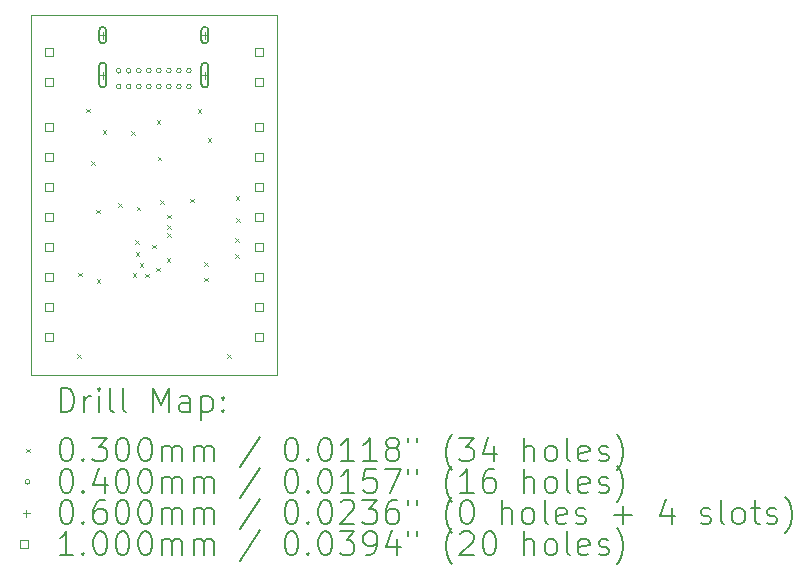
<source format=gbr>
%TF.GenerationSoftware,KiCad,Pcbnew,7.0.8*%
%TF.CreationDate,2023-11-11T23:39:50-08:00*%
%TF.ProjectId,STM32F042-Mini,53544d33-3246-4303-9432-2d4d696e692e,rev?*%
%TF.SameCoordinates,Original*%
%TF.FileFunction,Drillmap*%
%TF.FilePolarity,Positive*%
%FSLAX45Y45*%
G04 Gerber Fmt 4.5, Leading zero omitted, Abs format (unit mm)*
G04 Created by KiCad (PCBNEW 7.0.8) date 2023-11-11 23:39:50*
%MOMM*%
%LPD*%
G01*
G04 APERTURE LIST*
%ADD10C,0.100000*%
%ADD11C,0.200000*%
%ADD12C,0.030000*%
%ADD13C,0.040000*%
%ADD14C,0.060000*%
G04 APERTURE END LIST*
D10*
X6196000Y-4127500D02*
X8282000Y-4127500D01*
X8282000Y-7175500D01*
X6196000Y-7175500D01*
X6196000Y-4127500D01*
D11*
D12*
X6591000Y-7005000D02*
X6621000Y-7035000D01*
X6621000Y-7005000D02*
X6591000Y-7035000D01*
X6598000Y-6312000D02*
X6628000Y-6342000D01*
X6628000Y-6312000D02*
X6598000Y-6342000D01*
X6667000Y-4924000D02*
X6697000Y-4954000D01*
X6697000Y-4924000D02*
X6667000Y-4954000D01*
X6709000Y-5368000D02*
X6739000Y-5398000D01*
X6739000Y-5368000D02*
X6709000Y-5398000D01*
X6749500Y-5780226D02*
X6779500Y-5810226D01*
X6779500Y-5780226D02*
X6749500Y-5810226D01*
X6757000Y-6371000D02*
X6787000Y-6401000D01*
X6787000Y-6371000D02*
X6757000Y-6401000D01*
X6807000Y-5108000D02*
X6837000Y-5138000D01*
X6837000Y-5108000D02*
X6807000Y-5138000D01*
X6937144Y-5724950D02*
X6967144Y-5754950D01*
X6967144Y-5724950D02*
X6937144Y-5754950D01*
X7048000Y-5118000D02*
X7078000Y-5148000D01*
X7078000Y-5118000D02*
X7048000Y-5148000D01*
X7059097Y-6315941D02*
X7089097Y-6345941D01*
X7089097Y-6315941D02*
X7059097Y-6345941D01*
X7082921Y-6038916D02*
X7112921Y-6068916D01*
X7112921Y-6038916D02*
X7082921Y-6068916D01*
X7086701Y-6138844D02*
X7116701Y-6168844D01*
X7116701Y-6138844D02*
X7086701Y-6168844D01*
X7095000Y-5755000D02*
X7125000Y-5785000D01*
X7125000Y-5755000D02*
X7095000Y-5785000D01*
X7118738Y-6233574D02*
X7148738Y-6263574D01*
X7148738Y-6233574D02*
X7118738Y-6263574D01*
X7164666Y-6322404D02*
X7194666Y-6352404D01*
X7194666Y-6322404D02*
X7164666Y-6352404D01*
X7225367Y-6077317D02*
X7255367Y-6107317D01*
X7255367Y-6077317D02*
X7225367Y-6107317D01*
X7257468Y-6273134D02*
X7287468Y-6303134D01*
X7287468Y-6273134D02*
X7257468Y-6303134D01*
X7265500Y-5023774D02*
X7295500Y-5053774D01*
X7295500Y-5023774D02*
X7265500Y-5053774D01*
X7272000Y-5330000D02*
X7302000Y-5360000D01*
X7302000Y-5330000D02*
X7272000Y-5360000D01*
X7295000Y-5699000D02*
X7325000Y-5729000D01*
X7325000Y-5699000D02*
X7295000Y-5729000D01*
X7347000Y-6192000D02*
X7377000Y-6222000D01*
X7377000Y-6192000D02*
X7347000Y-6222000D01*
X7351000Y-5981000D02*
X7381000Y-6011000D01*
X7381000Y-5981000D02*
X7351000Y-6011000D01*
X7351309Y-5910821D02*
X7381309Y-5940821D01*
X7381309Y-5910821D02*
X7351309Y-5940821D01*
X7353888Y-5824006D02*
X7383888Y-5854006D01*
X7383888Y-5824006D02*
X7353888Y-5854006D01*
X7547015Y-5687515D02*
X7577015Y-5717515D01*
X7577015Y-5687515D02*
X7547015Y-5717515D01*
X7609002Y-4931000D02*
X7639002Y-4961000D01*
X7639002Y-4931000D02*
X7609002Y-4961000D01*
X7665000Y-6225000D02*
X7695000Y-6255000D01*
X7695000Y-6225000D02*
X7665000Y-6255000D01*
X7665000Y-6355450D02*
X7695000Y-6385450D01*
X7695000Y-6355450D02*
X7665000Y-6385450D01*
X7694000Y-5177000D02*
X7724000Y-5207000D01*
X7724000Y-5177000D02*
X7694000Y-5207000D01*
X7861000Y-7002000D02*
X7891000Y-7032000D01*
X7891000Y-7002000D02*
X7861000Y-7032000D01*
X7927000Y-6155581D02*
X7957000Y-6185581D01*
X7957000Y-6155581D02*
X7927000Y-6185581D01*
X7928000Y-6024000D02*
X7958000Y-6054000D01*
X7958000Y-6024000D02*
X7928000Y-6054000D01*
X7932000Y-5668000D02*
X7962000Y-5698000D01*
X7962000Y-5668000D02*
X7932000Y-5698000D01*
X7936000Y-5854000D02*
X7966000Y-5884000D01*
X7966000Y-5854000D02*
X7936000Y-5884000D01*
D13*
X6961500Y-4603500D02*
G75*
G03*
X6961500Y-4603500I-20000J0D01*
G01*
X6961500Y-4738500D02*
G75*
G03*
X6961500Y-4738500I-20000J0D01*
G01*
X7046500Y-4603500D02*
G75*
G03*
X7046500Y-4603500I-20000J0D01*
G01*
X7046500Y-4738500D02*
G75*
G03*
X7046500Y-4738500I-20000J0D01*
G01*
X7131500Y-4603500D02*
G75*
G03*
X7131500Y-4603500I-20000J0D01*
G01*
X7131500Y-4738500D02*
G75*
G03*
X7131500Y-4738500I-20000J0D01*
G01*
X7216500Y-4603500D02*
G75*
G03*
X7216500Y-4603500I-20000J0D01*
G01*
X7216500Y-4738500D02*
G75*
G03*
X7216500Y-4738500I-20000J0D01*
G01*
X7301500Y-4603500D02*
G75*
G03*
X7301500Y-4603500I-20000J0D01*
G01*
X7301500Y-4738500D02*
G75*
G03*
X7301500Y-4738500I-20000J0D01*
G01*
X7386500Y-4603500D02*
G75*
G03*
X7386500Y-4603500I-20000J0D01*
G01*
X7386500Y-4738500D02*
G75*
G03*
X7386500Y-4738500I-20000J0D01*
G01*
X7471500Y-4603500D02*
G75*
G03*
X7471500Y-4603500I-20000J0D01*
G01*
X7471500Y-4738500D02*
G75*
G03*
X7471500Y-4738500I-20000J0D01*
G01*
X7556500Y-4603500D02*
G75*
G03*
X7556500Y-4603500I-20000J0D01*
G01*
X7556500Y-4738500D02*
G75*
G03*
X7556500Y-4738500I-20000J0D01*
G01*
D14*
X6806500Y-4272500D02*
X6806500Y-4332500D01*
X6776500Y-4302500D02*
X6836500Y-4302500D01*
D11*
X6836500Y-4342500D02*
X6836500Y-4262500D01*
X6836500Y-4262500D02*
G75*
G03*
X6776500Y-4262500I-30000J0D01*
G01*
X6776500Y-4262500D02*
X6776500Y-4342500D01*
X6776500Y-4342500D02*
G75*
G03*
X6836500Y-4342500I30000J0D01*
G01*
D14*
X6806500Y-4610500D02*
X6806500Y-4670500D01*
X6776500Y-4640500D02*
X6836500Y-4640500D01*
D11*
X6836500Y-4715500D02*
X6836500Y-4565500D01*
X6836500Y-4565500D02*
G75*
G03*
X6776500Y-4565500I-30000J0D01*
G01*
X6776500Y-4565500D02*
X6776500Y-4715500D01*
X6776500Y-4715500D02*
G75*
G03*
X6836500Y-4715500I30000J0D01*
G01*
D14*
X7671500Y-4272500D02*
X7671500Y-4332500D01*
X7641500Y-4302500D02*
X7701500Y-4302500D01*
D11*
X7701500Y-4342500D02*
X7701500Y-4262500D01*
X7701500Y-4262500D02*
G75*
G03*
X7641500Y-4262500I-30000J0D01*
G01*
X7641500Y-4262500D02*
X7641500Y-4342500D01*
X7641500Y-4342500D02*
G75*
G03*
X7701500Y-4342500I30000J0D01*
G01*
D14*
X7671500Y-4610500D02*
X7671500Y-4670500D01*
X7641500Y-4640500D02*
X7701500Y-4640500D01*
D11*
X7701500Y-4715500D02*
X7701500Y-4565500D01*
X7701500Y-4565500D02*
G75*
G03*
X7641500Y-4565500I-30000J0D01*
G01*
X7641500Y-4565500D02*
X7641500Y-4715500D01*
X7641500Y-4715500D02*
G75*
G03*
X7701500Y-4715500I30000J0D01*
G01*
D10*
X6385356Y-4480356D02*
X6385356Y-4409644D01*
X6314644Y-4409644D01*
X6314644Y-4480356D01*
X6385356Y-4480356D01*
X6385356Y-4734356D02*
X6385356Y-4663644D01*
X6314644Y-4663644D01*
X6314644Y-4734356D01*
X6385356Y-4734356D01*
X6385356Y-5115356D02*
X6385356Y-5044644D01*
X6314644Y-5044644D01*
X6314644Y-5115356D01*
X6385356Y-5115356D01*
X6385356Y-5369356D02*
X6385356Y-5298644D01*
X6314644Y-5298644D01*
X6314644Y-5369356D01*
X6385356Y-5369356D01*
X6385356Y-5623356D02*
X6385356Y-5552644D01*
X6314644Y-5552644D01*
X6314644Y-5623356D01*
X6385356Y-5623356D01*
X6385356Y-5877356D02*
X6385356Y-5806644D01*
X6314644Y-5806644D01*
X6314644Y-5877356D01*
X6385356Y-5877356D01*
X6385356Y-6131356D02*
X6385356Y-6060644D01*
X6314644Y-6060644D01*
X6314644Y-6131356D01*
X6385356Y-6131356D01*
X6385356Y-6385356D02*
X6385356Y-6314644D01*
X6314644Y-6314644D01*
X6314644Y-6385356D01*
X6385356Y-6385356D01*
X6385356Y-6639356D02*
X6385356Y-6568644D01*
X6314644Y-6568644D01*
X6314644Y-6639356D01*
X6385356Y-6639356D01*
X6385356Y-6893356D02*
X6385356Y-6822644D01*
X6314644Y-6822644D01*
X6314644Y-6893356D01*
X6385356Y-6893356D01*
X8163356Y-4480356D02*
X8163356Y-4409644D01*
X8092644Y-4409644D01*
X8092644Y-4480356D01*
X8163356Y-4480356D01*
X8163356Y-4734356D02*
X8163356Y-4663644D01*
X8092644Y-4663644D01*
X8092644Y-4734356D01*
X8163356Y-4734356D01*
X8163356Y-5115356D02*
X8163356Y-5044644D01*
X8092644Y-5044644D01*
X8092644Y-5115356D01*
X8163356Y-5115356D01*
X8163356Y-5369356D02*
X8163356Y-5298644D01*
X8092644Y-5298644D01*
X8092644Y-5369356D01*
X8163356Y-5369356D01*
X8163356Y-5623356D02*
X8163356Y-5552644D01*
X8092644Y-5552644D01*
X8092644Y-5623356D01*
X8163356Y-5623356D01*
X8163356Y-5877356D02*
X8163356Y-5806644D01*
X8092644Y-5806644D01*
X8092644Y-5877356D01*
X8163356Y-5877356D01*
X8163356Y-6131356D02*
X8163356Y-6060644D01*
X8092644Y-6060644D01*
X8092644Y-6131356D01*
X8163356Y-6131356D01*
X8163356Y-6385356D02*
X8163356Y-6314644D01*
X8092644Y-6314644D01*
X8092644Y-6385356D01*
X8163356Y-6385356D01*
X8163356Y-6639356D02*
X8163356Y-6568644D01*
X8092644Y-6568644D01*
X8092644Y-6639356D01*
X8163356Y-6639356D01*
X8163356Y-6893356D02*
X8163356Y-6822644D01*
X8092644Y-6822644D01*
X8092644Y-6893356D01*
X8163356Y-6893356D01*
D11*
X6451777Y-7491984D02*
X6451777Y-7291984D01*
X6451777Y-7291984D02*
X6499396Y-7291984D01*
X6499396Y-7291984D02*
X6527967Y-7301508D01*
X6527967Y-7301508D02*
X6547015Y-7320555D01*
X6547015Y-7320555D02*
X6556539Y-7339603D01*
X6556539Y-7339603D02*
X6566062Y-7377698D01*
X6566062Y-7377698D02*
X6566062Y-7406269D01*
X6566062Y-7406269D02*
X6556539Y-7444365D01*
X6556539Y-7444365D02*
X6547015Y-7463412D01*
X6547015Y-7463412D02*
X6527967Y-7482460D01*
X6527967Y-7482460D02*
X6499396Y-7491984D01*
X6499396Y-7491984D02*
X6451777Y-7491984D01*
X6651777Y-7491984D02*
X6651777Y-7358650D01*
X6651777Y-7396746D02*
X6661301Y-7377698D01*
X6661301Y-7377698D02*
X6670824Y-7368174D01*
X6670824Y-7368174D02*
X6689872Y-7358650D01*
X6689872Y-7358650D02*
X6708920Y-7358650D01*
X6775586Y-7491984D02*
X6775586Y-7358650D01*
X6775586Y-7291984D02*
X6766062Y-7301508D01*
X6766062Y-7301508D02*
X6775586Y-7311031D01*
X6775586Y-7311031D02*
X6785110Y-7301508D01*
X6785110Y-7301508D02*
X6775586Y-7291984D01*
X6775586Y-7291984D02*
X6775586Y-7311031D01*
X6899396Y-7491984D02*
X6880348Y-7482460D01*
X6880348Y-7482460D02*
X6870824Y-7463412D01*
X6870824Y-7463412D02*
X6870824Y-7291984D01*
X7004158Y-7491984D02*
X6985110Y-7482460D01*
X6985110Y-7482460D02*
X6975586Y-7463412D01*
X6975586Y-7463412D02*
X6975586Y-7291984D01*
X7232729Y-7491984D02*
X7232729Y-7291984D01*
X7232729Y-7291984D02*
X7299396Y-7434841D01*
X7299396Y-7434841D02*
X7366062Y-7291984D01*
X7366062Y-7291984D02*
X7366062Y-7491984D01*
X7547015Y-7491984D02*
X7547015Y-7387222D01*
X7547015Y-7387222D02*
X7537491Y-7368174D01*
X7537491Y-7368174D02*
X7518443Y-7358650D01*
X7518443Y-7358650D02*
X7480348Y-7358650D01*
X7480348Y-7358650D02*
X7461301Y-7368174D01*
X7547015Y-7482460D02*
X7527967Y-7491984D01*
X7527967Y-7491984D02*
X7480348Y-7491984D01*
X7480348Y-7491984D02*
X7461301Y-7482460D01*
X7461301Y-7482460D02*
X7451777Y-7463412D01*
X7451777Y-7463412D02*
X7451777Y-7444365D01*
X7451777Y-7444365D02*
X7461301Y-7425317D01*
X7461301Y-7425317D02*
X7480348Y-7415793D01*
X7480348Y-7415793D02*
X7527967Y-7415793D01*
X7527967Y-7415793D02*
X7547015Y-7406269D01*
X7642253Y-7358650D02*
X7642253Y-7558650D01*
X7642253Y-7368174D02*
X7661301Y-7358650D01*
X7661301Y-7358650D02*
X7699396Y-7358650D01*
X7699396Y-7358650D02*
X7718443Y-7368174D01*
X7718443Y-7368174D02*
X7727967Y-7377698D01*
X7727967Y-7377698D02*
X7737491Y-7396746D01*
X7737491Y-7396746D02*
X7737491Y-7453888D01*
X7737491Y-7453888D02*
X7727967Y-7472936D01*
X7727967Y-7472936D02*
X7718443Y-7482460D01*
X7718443Y-7482460D02*
X7699396Y-7491984D01*
X7699396Y-7491984D02*
X7661301Y-7491984D01*
X7661301Y-7491984D02*
X7642253Y-7482460D01*
X7823205Y-7472936D02*
X7832729Y-7482460D01*
X7832729Y-7482460D02*
X7823205Y-7491984D01*
X7823205Y-7491984D02*
X7813682Y-7482460D01*
X7813682Y-7482460D02*
X7823205Y-7472936D01*
X7823205Y-7472936D02*
X7823205Y-7491984D01*
X7823205Y-7368174D02*
X7832729Y-7377698D01*
X7832729Y-7377698D02*
X7823205Y-7387222D01*
X7823205Y-7387222D02*
X7813682Y-7377698D01*
X7813682Y-7377698D02*
X7823205Y-7368174D01*
X7823205Y-7368174D02*
X7823205Y-7387222D01*
D12*
X6161000Y-7805500D02*
X6191000Y-7835500D01*
X6191000Y-7805500D02*
X6161000Y-7835500D01*
D11*
X6489872Y-7711984D02*
X6508920Y-7711984D01*
X6508920Y-7711984D02*
X6527967Y-7721508D01*
X6527967Y-7721508D02*
X6537491Y-7731031D01*
X6537491Y-7731031D02*
X6547015Y-7750079D01*
X6547015Y-7750079D02*
X6556539Y-7788174D01*
X6556539Y-7788174D02*
X6556539Y-7835793D01*
X6556539Y-7835793D02*
X6547015Y-7873888D01*
X6547015Y-7873888D02*
X6537491Y-7892936D01*
X6537491Y-7892936D02*
X6527967Y-7902460D01*
X6527967Y-7902460D02*
X6508920Y-7911984D01*
X6508920Y-7911984D02*
X6489872Y-7911984D01*
X6489872Y-7911984D02*
X6470824Y-7902460D01*
X6470824Y-7902460D02*
X6461301Y-7892936D01*
X6461301Y-7892936D02*
X6451777Y-7873888D01*
X6451777Y-7873888D02*
X6442253Y-7835793D01*
X6442253Y-7835793D02*
X6442253Y-7788174D01*
X6442253Y-7788174D02*
X6451777Y-7750079D01*
X6451777Y-7750079D02*
X6461301Y-7731031D01*
X6461301Y-7731031D02*
X6470824Y-7721508D01*
X6470824Y-7721508D02*
X6489872Y-7711984D01*
X6642253Y-7892936D02*
X6651777Y-7902460D01*
X6651777Y-7902460D02*
X6642253Y-7911984D01*
X6642253Y-7911984D02*
X6632729Y-7902460D01*
X6632729Y-7902460D02*
X6642253Y-7892936D01*
X6642253Y-7892936D02*
X6642253Y-7911984D01*
X6718443Y-7711984D02*
X6842253Y-7711984D01*
X6842253Y-7711984D02*
X6775586Y-7788174D01*
X6775586Y-7788174D02*
X6804158Y-7788174D01*
X6804158Y-7788174D02*
X6823205Y-7797698D01*
X6823205Y-7797698D02*
X6832729Y-7807222D01*
X6832729Y-7807222D02*
X6842253Y-7826269D01*
X6842253Y-7826269D02*
X6842253Y-7873888D01*
X6842253Y-7873888D02*
X6832729Y-7892936D01*
X6832729Y-7892936D02*
X6823205Y-7902460D01*
X6823205Y-7902460D02*
X6804158Y-7911984D01*
X6804158Y-7911984D02*
X6747015Y-7911984D01*
X6747015Y-7911984D02*
X6727967Y-7902460D01*
X6727967Y-7902460D02*
X6718443Y-7892936D01*
X6966062Y-7711984D02*
X6985110Y-7711984D01*
X6985110Y-7711984D02*
X7004158Y-7721508D01*
X7004158Y-7721508D02*
X7013682Y-7731031D01*
X7013682Y-7731031D02*
X7023205Y-7750079D01*
X7023205Y-7750079D02*
X7032729Y-7788174D01*
X7032729Y-7788174D02*
X7032729Y-7835793D01*
X7032729Y-7835793D02*
X7023205Y-7873888D01*
X7023205Y-7873888D02*
X7013682Y-7892936D01*
X7013682Y-7892936D02*
X7004158Y-7902460D01*
X7004158Y-7902460D02*
X6985110Y-7911984D01*
X6985110Y-7911984D02*
X6966062Y-7911984D01*
X6966062Y-7911984D02*
X6947015Y-7902460D01*
X6947015Y-7902460D02*
X6937491Y-7892936D01*
X6937491Y-7892936D02*
X6927967Y-7873888D01*
X6927967Y-7873888D02*
X6918443Y-7835793D01*
X6918443Y-7835793D02*
X6918443Y-7788174D01*
X6918443Y-7788174D02*
X6927967Y-7750079D01*
X6927967Y-7750079D02*
X6937491Y-7731031D01*
X6937491Y-7731031D02*
X6947015Y-7721508D01*
X6947015Y-7721508D02*
X6966062Y-7711984D01*
X7156539Y-7711984D02*
X7175586Y-7711984D01*
X7175586Y-7711984D02*
X7194634Y-7721508D01*
X7194634Y-7721508D02*
X7204158Y-7731031D01*
X7204158Y-7731031D02*
X7213682Y-7750079D01*
X7213682Y-7750079D02*
X7223205Y-7788174D01*
X7223205Y-7788174D02*
X7223205Y-7835793D01*
X7223205Y-7835793D02*
X7213682Y-7873888D01*
X7213682Y-7873888D02*
X7204158Y-7892936D01*
X7204158Y-7892936D02*
X7194634Y-7902460D01*
X7194634Y-7902460D02*
X7175586Y-7911984D01*
X7175586Y-7911984D02*
X7156539Y-7911984D01*
X7156539Y-7911984D02*
X7137491Y-7902460D01*
X7137491Y-7902460D02*
X7127967Y-7892936D01*
X7127967Y-7892936D02*
X7118443Y-7873888D01*
X7118443Y-7873888D02*
X7108920Y-7835793D01*
X7108920Y-7835793D02*
X7108920Y-7788174D01*
X7108920Y-7788174D02*
X7118443Y-7750079D01*
X7118443Y-7750079D02*
X7127967Y-7731031D01*
X7127967Y-7731031D02*
X7137491Y-7721508D01*
X7137491Y-7721508D02*
X7156539Y-7711984D01*
X7308920Y-7911984D02*
X7308920Y-7778650D01*
X7308920Y-7797698D02*
X7318443Y-7788174D01*
X7318443Y-7788174D02*
X7337491Y-7778650D01*
X7337491Y-7778650D02*
X7366063Y-7778650D01*
X7366063Y-7778650D02*
X7385110Y-7788174D01*
X7385110Y-7788174D02*
X7394634Y-7807222D01*
X7394634Y-7807222D02*
X7394634Y-7911984D01*
X7394634Y-7807222D02*
X7404158Y-7788174D01*
X7404158Y-7788174D02*
X7423205Y-7778650D01*
X7423205Y-7778650D02*
X7451777Y-7778650D01*
X7451777Y-7778650D02*
X7470824Y-7788174D01*
X7470824Y-7788174D02*
X7480348Y-7807222D01*
X7480348Y-7807222D02*
X7480348Y-7911984D01*
X7575586Y-7911984D02*
X7575586Y-7778650D01*
X7575586Y-7797698D02*
X7585110Y-7788174D01*
X7585110Y-7788174D02*
X7604158Y-7778650D01*
X7604158Y-7778650D02*
X7632729Y-7778650D01*
X7632729Y-7778650D02*
X7651777Y-7788174D01*
X7651777Y-7788174D02*
X7661301Y-7807222D01*
X7661301Y-7807222D02*
X7661301Y-7911984D01*
X7661301Y-7807222D02*
X7670824Y-7788174D01*
X7670824Y-7788174D02*
X7689872Y-7778650D01*
X7689872Y-7778650D02*
X7718443Y-7778650D01*
X7718443Y-7778650D02*
X7737491Y-7788174D01*
X7737491Y-7788174D02*
X7747015Y-7807222D01*
X7747015Y-7807222D02*
X7747015Y-7911984D01*
X8137491Y-7702460D02*
X7966063Y-7959603D01*
X8394634Y-7711984D02*
X8413682Y-7711984D01*
X8413682Y-7711984D02*
X8432729Y-7721508D01*
X8432729Y-7721508D02*
X8442253Y-7731031D01*
X8442253Y-7731031D02*
X8451777Y-7750079D01*
X8451777Y-7750079D02*
X8461301Y-7788174D01*
X8461301Y-7788174D02*
X8461301Y-7835793D01*
X8461301Y-7835793D02*
X8451777Y-7873888D01*
X8451777Y-7873888D02*
X8442253Y-7892936D01*
X8442253Y-7892936D02*
X8432729Y-7902460D01*
X8432729Y-7902460D02*
X8413682Y-7911984D01*
X8413682Y-7911984D02*
X8394634Y-7911984D01*
X8394634Y-7911984D02*
X8375586Y-7902460D01*
X8375586Y-7902460D02*
X8366063Y-7892936D01*
X8366063Y-7892936D02*
X8356539Y-7873888D01*
X8356539Y-7873888D02*
X8347015Y-7835793D01*
X8347015Y-7835793D02*
X8347015Y-7788174D01*
X8347015Y-7788174D02*
X8356539Y-7750079D01*
X8356539Y-7750079D02*
X8366063Y-7731031D01*
X8366063Y-7731031D02*
X8375586Y-7721508D01*
X8375586Y-7721508D02*
X8394634Y-7711984D01*
X8547015Y-7892936D02*
X8556539Y-7902460D01*
X8556539Y-7902460D02*
X8547015Y-7911984D01*
X8547015Y-7911984D02*
X8537491Y-7902460D01*
X8537491Y-7902460D02*
X8547015Y-7892936D01*
X8547015Y-7892936D02*
X8547015Y-7911984D01*
X8680348Y-7711984D02*
X8699396Y-7711984D01*
X8699396Y-7711984D02*
X8718444Y-7721508D01*
X8718444Y-7721508D02*
X8727968Y-7731031D01*
X8727968Y-7731031D02*
X8737491Y-7750079D01*
X8737491Y-7750079D02*
X8747015Y-7788174D01*
X8747015Y-7788174D02*
X8747015Y-7835793D01*
X8747015Y-7835793D02*
X8737491Y-7873888D01*
X8737491Y-7873888D02*
X8727968Y-7892936D01*
X8727968Y-7892936D02*
X8718444Y-7902460D01*
X8718444Y-7902460D02*
X8699396Y-7911984D01*
X8699396Y-7911984D02*
X8680348Y-7911984D01*
X8680348Y-7911984D02*
X8661301Y-7902460D01*
X8661301Y-7902460D02*
X8651777Y-7892936D01*
X8651777Y-7892936D02*
X8642253Y-7873888D01*
X8642253Y-7873888D02*
X8632729Y-7835793D01*
X8632729Y-7835793D02*
X8632729Y-7788174D01*
X8632729Y-7788174D02*
X8642253Y-7750079D01*
X8642253Y-7750079D02*
X8651777Y-7731031D01*
X8651777Y-7731031D02*
X8661301Y-7721508D01*
X8661301Y-7721508D02*
X8680348Y-7711984D01*
X8937491Y-7911984D02*
X8823206Y-7911984D01*
X8880348Y-7911984D02*
X8880348Y-7711984D01*
X8880348Y-7711984D02*
X8861301Y-7740555D01*
X8861301Y-7740555D02*
X8842253Y-7759603D01*
X8842253Y-7759603D02*
X8823206Y-7769127D01*
X9127968Y-7911984D02*
X9013682Y-7911984D01*
X9070825Y-7911984D02*
X9070825Y-7711984D01*
X9070825Y-7711984D02*
X9051777Y-7740555D01*
X9051777Y-7740555D02*
X9032729Y-7759603D01*
X9032729Y-7759603D02*
X9013682Y-7769127D01*
X9242253Y-7797698D02*
X9223206Y-7788174D01*
X9223206Y-7788174D02*
X9213682Y-7778650D01*
X9213682Y-7778650D02*
X9204158Y-7759603D01*
X9204158Y-7759603D02*
X9204158Y-7750079D01*
X9204158Y-7750079D02*
X9213682Y-7731031D01*
X9213682Y-7731031D02*
X9223206Y-7721508D01*
X9223206Y-7721508D02*
X9242253Y-7711984D01*
X9242253Y-7711984D02*
X9280349Y-7711984D01*
X9280349Y-7711984D02*
X9299396Y-7721508D01*
X9299396Y-7721508D02*
X9308920Y-7731031D01*
X9308920Y-7731031D02*
X9318444Y-7750079D01*
X9318444Y-7750079D02*
X9318444Y-7759603D01*
X9318444Y-7759603D02*
X9308920Y-7778650D01*
X9308920Y-7778650D02*
X9299396Y-7788174D01*
X9299396Y-7788174D02*
X9280349Y-7797698D01*
X9280349Y-7797698D02*
X9242253Y-7797698D01*
X9242253Y-7797698D02*
X9223206Y-7807222D01*
X9223206Y-7807222D02*
X9213682Y-7816746D01*
X9213682Y-7816746D02*
X9204158Y-7835793D01*
X9204158Y-7835793D02*
X9204158Y-7873888D01*
X9204158Y-7873888D02*
X9213682Y-7892936D01*
X9213682Y-7892936D02*
X9223206Y-7902460D01*
X9223206Y-7902460D02*
X9242253Y-7911984D01*
X9242253Y-7911984D02*
X9280349Y-7911984D01*
X9280349Y-7911984D02*
X9299396Y-7902460D01*
X9299396Y-7902460D02*
X9308920Y-7892936D01*
X9308920Y-7892936D02*
X9318444Y-7873888D01*
X9318444Y-7873888D02*
X9318444Y-7835793D01*
X9318444Y-7835793D02*
X9308920Y-7816746D01*
X9308920Y-7816746D02*
X9299396Y-7807222D01*
X9299396Y-7807222D02*
X9280349Y-7797698D01*
X9394634Y-7711984D02*
X9394634Y-7750079D01*
X9470825Y-7711984D02*
X9470825Y-7750079D01*
X9766063Y-7988174D02*
X9756539Y-7978650D01*
X9756539Y-7978650D02*
X9737491Y-7950079D01*
X9737491Y-7950079D02*
X9727968Y-7931031D01*
X9727968Y-7931031D02*
X9718444Y-7902460D01*
X9718444Y-7902460D02*
X9708920Y-7854841D01*
X9708920Y-7854841D02*
X9708920Y-7816746D01*
X9708920Y-7816746D02*
X9718444Y-7769127D01*
X9718444Y-7769127D02*
X9727968Y-7740555D01*
X9727968Y-7740555D02*
X9737491Y-7721508D01*
X9737491Y-7721508D02*
X9756539Y-7692936D01*
X9756539Y-7692936D02*
X9766063Y-7683412D01*
X9823206Y-7711984D02*
X9947015Y-7711984D01*
X9947015Y-7711984D02*
X9880349Y-7788174D01*
X9880349Y-7788174D02*
X9908920Y-7788174D01*
X9908920Y-7788174D02*
X9927968Y-7797698D01*
X9927968Y-7797698D02*
X9937491Y-7807222D01*
X9937491Y-7807222D02*
X9947015Y-7826269D01*
X9947015Y-7826269D02*
X9947015Y-7873888D01*
X9947015Y-7873888D02*
X9937491Y-7892936D01*
X9937491Y-7892936D02*
X9927968Y-7902460D01*
X9927968Y-7902460D02*
X9908920Y-7911984D01*
X9908920Y-7911984D02*
X9851777Y-7911984D01*
X9851777Y-7911984D02*
X9832730Y-7902460D01*
X9832730Y-7902460D02*
X9823206Y-7892936D01*
X10118444Y-7778650D02*
X10118444Y-7911984D01*
X10070825Y-7702460D02*
X10023206Y-7845317D01*
X10023206Y-7845317D02*
X10147015Y-7845317D01*
X10375587Y-7911984D02*
X10375587Y-7711984D01*
X10461301Y-7911984D02*
X10461301Y-7807222D01*
X10461301Y-7807222D02*
X10451777Y-7788174D01*
X10451777Y-7788174D02*
X10432730Y-7778650D01*
X10432730Y-7778650D02*
X10404158Y-7778650D01*
X10404158Y-7778650D02*
X10385111Y-7788174D01*
X10385111Y-7788174D02*
X10375587Y-7797698D01*
X10585111Y-7911984D02*
X10566063Y-7902460D01*
X10566063Y-7902460D02*
X10556539Y-7892936D01*
X10556539Y-7892936D02*
X10547015Y-7873888D01*
X10547015Y-7873888D02*
X10547015Y-7816746D01*
X10547015Y-7816746D02*
X10556539Y-7797698D01*
X10556539Y-7797698D02*
X10566063Y-7788174D01*
X10566063Y-7788174D02*
X10585111Y-7778650D01*
X10585111Y-7778650D02*
X10613682Y-7778650D01*
X10613682Y-7778650D02*
X10632730Y-7788174D01*
X10632730Y-7788174D02*
X10642253Y-7797698D01*
X10642253Y-7797698D02*
X10651777Y-7816746D01*
X10651777Y-7816746D02*
X10651777Y-7873888D01*
X10651777Y-7873888D02*
X10642253Y-7892936D01*
X10642253Y-7892936D02*
X10632730Y-7902460D01*
X10632730Y-7902460D02*
X10613682Y-7911984D01*
X10613682Y-7911984D02*
X10585111Y-7911984D01*
X10766063Y-7911984D02*
X10747015Y-7902460D01*
X10747015Y-7902460D02*
X10737492Y-7883412D01*
X10737492Y-7883412D02*
X10737492Y-7711984D01*
X10918444Y-7902460D02*
X10899396Y-7911984D01*
X10899396Y-7911984D02*
X10861301Y-7911984D01*
X10861301Y-7911984D02*
X10842253Y-7902460D01*
X10842253Y-7902460D02*
X10832730Y-7883412D01*
X10832730Y-7883412D02*
X10832730Y-7807222D01*
X10832730Y-7807222D02*
X10842253Y-7788174D01*
X10842253Y-7788174D02*
X10861301Y-7778650D01*
X10861301Y-7778650D02*
X10899396Y-7778650D01*
X10899396Y-7778650D02*
X10918444Y-7788174D01*
X10918444Y-7788174D02*
X10927968Y-7807222D01*
X10927968Y-7807222D02*
X10927968Y-7826269D01*
X10927968Y-7826269D02*
X10832730Y-7845317D01*
X11004158Y-7902460D02*
X11023206Y-7911984D01*
X11023206Y-7911984D02*
X11061301Y-7911984D01*
X11061301Y-7911984D02*
X11080349Y-7902460D01*
X11080349Y-7902460D02*
X11089873Y-7883412D01*
X11089873Y-7883412D02*
X11089873Y-7873888D01*
X11089873Y-7873888D02*
X11080349Y-7854841D01*
X11080349Y-7854841D02*
X11061301Y-7845317D01*
X11061301Y-7845317D02*
X11032730Y-7845317D01*
X11032730Y-7845317D02*
X11013682Y-7835793D01*
X11013682Y-7835793D02*
X11004158Y-7816746D01*
X11004158Y-7816746D02*
X11004158Y-7807222D01*
X11004158Y-7807222D02*
X11013682Y-7788174D01*
X11013682Y-7788174D02*
X11032730Y-7778650D01*
X11032730Y-7778650D02*
X11061301Y-7778650D01*
X11061301Y-7778650D02*
X11080349Y-7788174D01*
X11156539Y-7988174D02*
X11166063Y-7978650D01*
X11166063Y-7978650D02*
X11185111Y-7950079D01*
X11185111Y-7950079D02*
X11194634Y-7931031D01*
X11194634Y-7931031D02*
X11204158Y-7902460D01*
X11204158Y-7902460D02*
X11213682Y-7854841D01*
X11213682Y-7854841D02*
X11213682Y-7816746D01*
X11213682Y-7816746D02*
X11204158Y-7769127D01*
X11204158Y-7769127D02*
X11194634Y-7740555D01*
X11194634Y-7740555D02*
X11185111Y-7721508D01*
X11185111Y-7721508D02*
X11166063Y-7692936D01*
X11166063Y-7692936D02*
X11156539Y-7683412D01*
D13*
X6191000Y-8084500D02*
G75*
G03*
X6191000Y-8084500I-20000J0D01*
G01*
D11*
X6489872Y-7975984D02*
X6508920Y-7975984D01*
X6508920Y-7975984D02*
X6527967Y-7985508D01*
X6527967Y-7985508D02*
X6537491Y-7995031D01*
X6537491Y-7995031D02*
X6547015Y-8014079D01*
X6547015Y-8014079D02*
X6556539Y-8052174D01*
X6556539Y-8052174D02*
X6556539Y-8099793D01*
X6556539Y-8099793D02*
X6547015Y-8137888D01*
X6547015Y-8137888D02*
X6537491Y-8156936D01*
X6537491Y-8156936D02*
X6527967Y-8166460D01*
X6527967Y-8166460D02*
X6508920Y-8175984D01*
X6508920Y-8175984D02*
X6489872Y-8175984D01*
X6489872Y-8175984D02*
X6470824Y-8166460D01*
X6470824Y-8166460D02*
X6461301Y-8156936D01*
X6461301Y-8156936D02*
X6451777Y-8137888D01*
X6451777Y-8137888D02*
X6442253Y-8099793D01*
X6442253Y-8099793D02*
X6442253Y-8052174D01*
X6442253Y-8052174D02*
X6451777Y-8014079D01*
X6451777Y-8014079D02*
X6461301Y-7995031D01*
X6461301Y-7995031D02*
X6470824Y-7985508D01*
X6470824Y-7985508D02*
X6489872Y-7975984D01*
X6642253Y-8156936D02*
X6651777Y-8166460D01*
X6651777Y-8166460D02*
X6642253Y-8175984D01*
X6642253Y-8175984D02*
X6632729Y-8166460D01*
X6632729Y-8166460D02*
X6642253Y-8156936D01*
X6642253Y-8156936D02*
X6642253Y-8175984D01*
X6823205Y-8042650D02*
X6823205Y-8175984D01*
X6775586Y-7966460D02*
X6727967Y-8109317D01*
X6727967Y-8109317D02*
X6851777Y-8109317D01*
X6966062Y-7975984D02*
X6985110Y-7975984D01*
X6985110Y-7975984D02*
X7004158Y-7985508D01*
X7004158Y-7985508D02*
X7013682Y-7995031D01*
X7013682Y-7995031D02*
X7023205Y-8014079D01*
X7023205Y-8014079D02*
X7032729Y-8052174D01*
X7032729Y-8052174D02*
X7032729Y-8099793D01*
X7032729Y-8099793D02*
X7023205Y-8137888D01*
X7023205Y-8137888D02*
X7013682Y-8156936D01*
X7013682Y-8156936D02*
X7004158Y-8166460D01*
X7004158Y-8166460D02*
X6985110Y-8175984D01*
X6985110Y-8175984D02*
X6966062Y-8175984D01*
X6966062Y-8175984D02*
X6947015Y-8166460D01*
X6947015Y-8166460D02*
X6937491Y-8156936D01*
X6937491Y-8156936D02*
X6927967Y-8137888D01*
X6927967Y-8137888D02*
X6918443Y-8099793D01*
X6918443Y-8099793D02*
X6918443Y-8052174D01*
X6918443Y-8052174D02*
X6927967Y-8014079D01*
X6927967Y-8014079D02*
X6937491Y-7995031D01*
X6937491Y-7995031D02*
X6947015Y-7985508D01*
X6947015Y-7985508D02*
X6966062Y-7975984D01*
X7156539Y-7975984D02*
X7175586Y-7975984D01*
X7175586Y-7975984D02*
X7194634Y-7985508D01*
X7194634Y-7985508D02*
X7204158Y-7995031D01*
X7204158Y-7995031D02*
X7213682Y-8014079D01*
X7213682Y-8014079D02*
X7223205Y-8052174D01*
X7223205Y-8052174D02*
X7223205Y-8099793D01*
X7223205Y-8099793D02*
X7213682Y-8137888D01*
X7213682Y-8137888D02*
X7204158Y-8156936D01*
X7204158Y-8156936D02*
X7194634Y-8166460D01*
X7194634Y-8166460D02*
X7175586Y-8175984D01*
X7175586Y-8175984D02*
X7156539Y-8175984D01*
X7156539Y-8175984D02*
X7137491Y-8166460D01*
X7137491Y-8166460D02*
X7127967Y-8156936D01*
X7127967Y-8156936D02*
X7118443Y-8137888D01*
X7118443Y-8137888D02*
X7108920Y-8099793D01*
X7108920Y-8099793D02*
X7108920Y-8052174D01*
X7108920Y-8052174D02*
X7118443Y-8014079D01*
X7118443Y-8014079D02*
X7127967Y-7995031D01*
X7127967Y-7995031D02*
X7137491Y-7985508D01*
X7137491Y-7985508D02*
X7156539Y-7975984D01*
X7308920Y-8175984D02*
X7308920Y-8042650D01*
X7308920Y-8061698D02*
X7318443Y-8052174D01*
X7318443Y-8052174D02*
X7337491Y-8042650D01*
X7337491Y-8042650D02*
X7366063Y-8042650D01*
X7366063Y-8042650D02*
X7385110Y-8052174D01*
X7385110Y-8052174D02*
X7394634Y-8071222D01*
X7394634Y-8071222D02*
X7394634Y-8175984D01*
X7394634Y-8071222D02*
X7404158Y-8052174D01*
X7404158Y-8052174D02*
X7423205Y-8042650D01*
X7423205Y-8042650D02*
X7451777Y-8042650D01*
X7451777Y-8042650D02*
X7470824Y-8052174D01*
X7470824Y-8052174D02*
X7480348Y-8071222D01*
X7480348Y-8071222D02*
X7480348Y-8175984D01*
X7575586Y-8175984D02*
X7575586Y-8042650D01*
X7575586Y-8061698D02*
X7585110Y-8052174D01*
X7585110Y-8052174D02*
X7604158Y-8042650D01*
X7604158Y-8042650D02*
X7632729Y-8042650D01*
X7632729Y-8042650D02*
X7651777Y-8052174D01*
X7651777Y-8052174D02*
X7661301Y-8071222D01*
X7661301Y-8071222D02*
X7661301Y-8175984D01*
X7661301Y-8071222D02*
X7670824Y-8052174D01*
X7670824Y-8052174D02*
X7689872Y-8042650D01*
X7689872Y-8042650D02*
X7718443Y-8042650D01*
X7718443Y-8042650D02*
X7737491Y-8052174D01*
X7737491Y-8052174D02*
X7747015Y-8071222D01*
X7747015Y-8071222D02*
X7747015Y-8175984D01*
X8137491Y-7966460D02*
X7966063Y-8223603D01*
X8394634Y-7975984D02*
X8413682Y-7975984D01*
X8413682Y-7975984D02*
X8432729Y-7985508D01*
X8432729Y-7985508D02*
X8442253Y-7995031D01*
X8442253Y-7995031D02*
X8451777Y-8014079D01*
X8451777Y-8014079D02*
X8461301Y-8052174D01*
X8461301Y-8052174D02*
X8461301Y-8099793D01*
X8461301Y-8099793D02*
X8451777Y-8137888D01*
X8451777Y-8137888D02*
X8442253Y-8156936D01*
X8442253Y-8156936D02*
X8432729Y-8166460D01*
X8432729Y-8166460D02*
X8413682Y-8175984D01*
X8413682Y-8175984D02*
X8394634Y-8175984D01*
X8394634Y-8175984D02*
X8375586Y-8166460D01*
X8375586Y-8166460D02*
X8366063Y-8156936D01*
X8366063Y-8156936D02*
X8356539Y-8137888D01*
X8356539Y-8137888D02*
X8347015Y-8099793D01*
X8347015Y-8099793D02*
X8347015Y-8052174D01*
X8347015Y-8052174D02*
X8356539Y-8014079D01*
X8356539Y-8014079D02*
X8366063Y-7995031D01*
X8366063Y-7995031D02*
X8375586Y-7985508D01*
X8375586Y-7985508D02*
X8394634Y-7975984D01*
X8547015Y-8156936D02*
X8556539Y-8166460D01*
X8556539Y-8166460D02*
X8547015Y-8175984D01*
X8547015Y-8175984D02*
X8537491Y-8166460D01*
X8537491Y-8166460D02*
X8547015Y-8156936D01*
X8547015Y-8156936D02*
X8547015Y-8175984D01*
X8680348Y-7975984D02*
X8699396Y-7975984D01*
X8699396Y-7975984D02*
X8718444Y-7985508D01*
X8718444Y-7985508D02*
X8727968Y-7995031D01*
X8727968Y-7995031D02*
X8737491Y-8014079D01*
X8737491Y-8014079D02*
X8747015Y-8052174D01*
X8747015Y-8052174D02*
X8747015Y-8099793D01*
X8747015Y-8099793D02*
X8737491Y-8137888D01*
X8737491Y-8137888D02*
X8727968Y-8156936D01*
X8727968Y-8156936D02*
X8718444Y-8166460D01*
X8718444Y-8166460D02*
X8699396Y-8175984D01*
X8699396Y-8175984D02*
X8680348Y-8175984D01*
X8680348Y-8175984D02*
X8661301Y-8166460D01*
X8661301Y-8166460D02*
X8651777Y-8156936D01*
X8651777Y-8156936D02*
X8642253Y-8137888D01*
X8642253Y-8137888D02*
X8632729Y-8099793D01*
X8632729Y-8099793D02*
X8632729Y-8052174D01*
X8632729Y-8052174D02*
X8642253Y-8014079D01*
X8642253Y-8014079D02*
X8651777Y-7995031D01*
X8651777Y-7995031D02*
X8661301Y-7985508D01*
X8661301Y-7985508D02*
X8680348Y-7975984D01*
X8937491Y-8175984D02*
X8823206Y-8175984D01*
X8880348Y-8175984D02*
X8880348Y-7975984D01*
X8880348Y-7975984D02*
X8861301Y-8004555D01*
X8861301Y-8004555D02*
X8842253Y-8023603D01*
X8842253Y-8023603D02*
X8823206Y-8033127D01*
X9118444Y-7975984D02*
X9023206Y-7975984D01*
X9023206Y-7975984D02*
X9013682Y-8071222D01*
X9013682Y-8071222D02*
X9023206Y-8061698D01*
X9023206Y-8061698D02*
X9042253Y-8052174D01*
X9042253Y-8052174D02*
X9089872Y-8052174D01*
X9089872Y-8052174D02*
X9108920Y-8061698D01*
X9108920Y-8061698D02*
X9118444Y-8071222D01*
X9118444Y-8071222D02*
X9127968Y-8090269D01*
X9127968Y-8090269D02*
X9127968Y-8137888D01*
X9127968Y-8137888D02*
X9118444Y-8156936D01*
X9118444Y-8156936D02*
X9108920Y-8166460D01*
X9108920Y-8166460D02*
X9089872Y-8175984D01*
X9089872Y-8175984D02*
X9042253Y-8175984D01*
X9042253Y-8175984D02*
X9023206Y-8166460D01*
X9023206Y-8166460D02*
X9013682Y-8156936D01*
X9194634Y-7975984D02*
X9327968Y-7975984D01*
X9327968Y-7975984D02*
X9242253Y-8175984D01*
X9394634Y-7975984D02*
X9394634Y-8014079D01*
X9470825Y-7975984D02*
X9470825Y-8014079D01*
X9766063Y-8252174D02*
X9756539Y-8242650D01*
X9756539Y-8242650D02*
X9737491Y-8214079D01*
X9737491Y-8214079D02*
X9727968Y-8195031D01*
X9727968Y-8195031D02*
X9718444Y-8166460D01*
X9718444Y-8166460D02*
X9708920Y-8118841D01*
X9708920Y-8118841D02*
X9708920Y-8080746D01*
X9708920Y-8080746D02*
X9718444Y-8033127D01*
X9718444Y-8033127D02*
X9727968Y-8004555D01*
X9727968Y-8004555D02*
X9737491Y-7985508D01*
X9737491Y-7985508D02*
X9756539Y-7956936D01*
X9756539Y-7956936D02*
X9766063Y-7947412D01*
X9947015Y-8175984D02*
X9832730Y-8175984D01*
X9889872Y-8175984D02*
X9889872Y-7975984D01*
X9889872Y-7975984D02*
X9870825Y-8004555D01*
X9870825Y-8004555D02*
X9851777Y-8023603D01*
X9851777Y-8023603D02*
X9832730Y-8033127D01*
X10118444Y-7975984D02*
X10080349Y-7975984D01*
X10080349Y-7975984D02*
X10061301Y-7985508D01*
X10061301Y-7985508D02*
X10051777Y-7995031D01*
X10051777Y-7995031D02*
X10032730Y-8023603D01*
X10032730Y-8023603D02*
X10023206Y-8061698D01*
X10023206Y-8061698D02*
X10023206Y-8137888D01*
X10023206Y-8137888D02*
X10032730Y-8156936D01*
X10032730Y-8156936D02*
X10042253Y-8166460D01*
X10042253Y-8166460D02*
X10061301Y-8175984D01*
X10061301Y-8175984D02*
X10099396Y-8175984D01*
X10099396Y-8175984D02*
X10118444Y-8166460D01*
X10118444Y-8166460D02*
X10127968Y-8156936D01*
X10127968Y-8156936D02*
X10137491Y-8137888D01*
X10137491Y-8137888D02*
X10137491Y-8090269D01*
X10137491Y-8090269D02*
X10127968Y-8071222D01*
X10127968Y-8071222D02*
X10118444Y-8061698D01*
X10118444Y-8061698D02*
X10099396Y-8052174D01*
X10099396Y-8052174D02*
X10061301Y-8052174D01*
X10061301Y-8052174D02*
X10042253Y-8061698D01*
X10042253Y-8061698D02*
X10032730Y-8071222D01*
X10032730Y-8071222D02*
X10023206Y-8090269D01*
X10375587Y-8175984D02*
X10375587Y-7975984D01*
X10461301Y-8175984D02*
X10461301Y-8071222D01*
X10461301Y-8071222D02*
X10451777Y-8052174D01*
X10451777Y-8052174D02*
X10432730Y-8042650D01*
X10432730Y-8042650D02*
X10404158Y-8042650D01*
X10404158Y-8042650D02*
X10385111Y-8052174D01*
X10385111Y-8052174D02*
X10375587Y-8061698D01*
X10585111Y-8175984D02*
X10566063Y-8166460D01*
X10566063Y-8166460D02*
X10556539Y-8156936D01*
X10556539Y-8156936D02*
X10547015Y-8137888D01*
X10547015Y-8137888D02*
X10547015Y-8080746D01*
X10547015Y-8080746D02*
X10556539Y-8061698D01*
X10556539Y-8061698D02*
X10566063Y-8052174D01*
X10566063Y-8052174D02*
X10585111Y-8042650D01*
X10585111Y-8042650D02*
X10613682Y-8042650D01*
X10613682Y-8042650D02*
X10632730Y-8052174D01*
X10632730Y-8052174D02*
X10642253Y-8061698D01*
X10642253Y-8061698D02*
X10651777Y-8080746D01*
X10651777Y-8080746D02*
X10651777Y-8137888D01*
X10651777Y-8137888D02*
X10642253Y-8156936D01*
X10642253Y-8156936D02*
X10632730Y-8166460D01*
X10632730Y-8166460D02*
X10613682Y-8175984D01*
X10613682Y-8175984D02*
X10585111Y-8175984D01*
X10766063Y-8175984D02*
X10747015Y-8166460D01*
X10747015Y-8166460D02*
X10737492Y-8147412D01*
X10737492Y-8147412D02*
X10737492Y-7975984D01*
X10918444Y-8166460D02*
X10899396Y-8175984D01*
X10899396Y-8175984D02*
X10861301Y-8175984D01*
X10861301Y-8175984D02*
X10842253Y-8166460D01*
X10842253Y-8166460D02*
X10832730Y-8147412D01*
X10832730Y-8147412D02*
X10832730Y-8071222D01*
X10832730Y-8071222D02*
X10842253Y-8052174D01*
X10842253Y-8052174D02*
X10861301Y-8042650D01*
X10861301Y-8042650D02*
X10899396Y-8042650D01*
X10899396Y-8042650D02*
X10918444Y-8052174D01*
X10918444Y-8052174D02*
X10927968Y-8071222D01*
X10927968Y-8071222D02*
X10927968Y-8090269D01*
X10927968Y-8090269D02*
X10832730Y-8109317D01*
X11004158Y-8166460D02*
X11023206Y-8175984D01*
X11023206Y-8175984D02*
X11061301Y-8175984D01*
X11061301Y-8175984D02*
X11080349Y-8166460D01*
X11080349Y-8166460D02*
X11089873Y-8147412D01*
X11089873Y-8147412D02*
X11089873Y-8137888D01*
X11089873Y-8137888D02*
X11080349Y-8118841D01*
X11080349Y-8118841D02*
X11061301Y-8109317D01*
X11061301Y-8109317D02*
X11032730Y-8109317D01*
X11032730Y-8109317D02*
X11013682Y-8099793D01*
X11013682Y-8099793D02*
X11004158Y-8080746D01*
X11004158Y-8080746D02*
X11004158Y-8071222D01*
X11004158Y-8071222D02*
X11013682Y-8052174D01*
X11013682Y-8052174D02*
X11032730Y-8042650D01*
X11032730Y-8042650D02*
X11061301Y-8042650D01*
X11061301Y-8042650D02*
X11080349Y-8052174D01*
X11156539Y-8252174D02*
X11166063Y-8242650D01*
X11166063Y-8242650D02*
X11185111Y-8214079D01*
X11185111Y-8214079D02*
X11194634Y-8195031D01*
X11194634Y-8195031D02*
X11204158Y-8166460D01*
X11204158Y-8166460D02*
X11213682Y-8118841D01*
X11213682Y-8118841D02*
X11213682Y-8080746D01*
X11213682Y-8080746D02*
X11204158Y-8033127D01*
X11204158Y-8033127D02*
X11194634Y-8004555D01*
X11194634Y-8004555D02*
X11185111Y-7985508D01*
X11185111Y-7985508D02*
X11166063Y-7956936D01*
X11166063Y-7956936D02*
X11156539Y-7947412D01*
D14*
X6161000Y-8318500D02*
X6161000Y-8378500D01*
X6131000Y-8348500D02*
X6191000Y-8348500D01*
D11*
X6489872Y-8239984D02*
X6508920Y-8239984D01*
X6508920Y-8239984D02*
X6527967Y-8249508D01*
X6527967Y-8249508D02*
X6537491Y-8259031D01*
X6537491Y-8259031D02*
X6547015Y-8278079D01*
X6547015Y-8278079D02*
X6556539Y-8316174D01*
X6556539Y-8316174D02*
X6556539Y-8363793D01*
X6556539Y-8363793D02*
X6547015Y-8401889D01*
X6547015Y-8401889D02*
X6537491Y-8420936D01*
X6537491Y-8420936D02*
X6527967Y-8430460D01*
X6527967Y-8430460D02*
X6508920Y-8439984D01*
X6508920Y-8439984D02*
X6489872Y-8439984D01*
X6489872Y-8439984D02*
X6470824Y-8430460D01*
X6470824Y-8430460D02*
X6461301Y-8420936D01*
X6461301Y-8420936D02*
X6451777Y-8401889D01*
X6451777Y-8401889D02*
X6442253Y-8363793D01*
X6442253Y-8363793D02*
X6442253Y-8316174D01*
X6442253Y-8316174D02*
X6451777Y-8278079D01*
X6451777Y-8278079D02*
X6461301Y-8259031D01*
X6461301Y-8259031D02*
X6470824Y-8249508D01*
X6470824Y-8249508D02*
X6489872Y-8239984D01*
X6642253Y-8420936D02*
X6651777Y-8430460D01*
X6651777Y-8430460D02*
X6642253Y-8439984D01*
X6642253Y-8439984D02*
X6632729Y-8430460D01*
X6632729Y-8430460D02*
X6642253Y-8420936D01*
X6642253Y-8420936D02*
X6642253Y-8439984D01*
X6823205Y-8239984D02*
X6785110Y-8239984D01*
X6785110Y-8239984D02*
X6766062Y-8249508D01*
X6766062Y-8249508D02*
X6756539Y-8259031D01*
X6756539Y-8259031D02*
X6737491Y-8287603D01*
X6737491Y-8287603D02*
X6727967Y-8325698D01*
X6727967Y-8325698D02*
X6727967Y-8401889D01*
X6727967Y-8401889D02*
X6737491Y-8420936D01*
X6737491Y-8420936D02*
X6747015Y-8430460D01*
X6747015Y-8430460D02*
X6766062Y-8439984D01*
X6766062Y-8439984D02*
X6804158Y-8439984D01*
X6804158Y-8439984D02*
X6823205Y-8430460D01*
X6823205Y-8430460D02*
X6832729Y-8420936D01*
X6832729Y-8420936D02*
X6842253Y-8401889D01*
X6842253Y-8401889D02*
X6842253Y-8354269D01*
X6842253Y-8354269D02*
X6832729Y-8335222D01*
X6832729Y-8335222D02*
X6823205Y-8325698D01*
X6823205Y-8325698D02*
X6804158Y-8316174D01*
X6804158Y-8316174D02*
X6766062Y-8316174D01*
X6766062Y-8316174D02*
X6747015Y-8325698D01*
X6747015Y-8325698D02*
X6737491Y-8335222D01*
X6737491Y-8335222D02*
X6727967Y-8354269D01*
X6966062Y-8239984D02*
X6985110Y-8239984D01*
X6985110Y-8239984D02*
X7004158Y-8249508D01*
X7004158Y-8249508D02*
X7013682Y-8259031D01*
X7013682Y-8259031D02*
X7023205Y-8278079D01*
X7023205Y-8278079D02*
X7032729Y-8316174D01*
X7032729Y-8316174D02*
X7032729Y-8363793D01*
X7032729Y-8363793D02*
X7023205Y-8401889D01*
X7023205Y-8401889D02*
X7013682Y-8420936D01*
X7013682Y-8420936D02*
X7004158Y-8430460D01*
X7004158Y-8430460D02*
X6985110Y-8439984D01*
X6985110Y-8439984D02*
X6966062Y-8439984D01*
X6966062Y-8439984D02*
X6947015Y-8430460D01*
X6947015Y-8430460D02*
X6937491Y-8420936D01*
X6937491Y-8420936D02*
X6927967Y-8401889D01*
X6927967Y-8401889D02*
X6918443Y-8363793D01*
X6918443Y-8363793D02*
X6918443Y-8316174D01*
X6918443Y-8316174D02*
X6927967Y-8278079D01*
X6927967Y-8278079D02*
X6937491Y-8259031D01*
X6937491Y-8259031D02*
X6947015Y-8249508D01*
X6947015Y-8249508D02*
X6966062Y-8239984D01*
X7156539Y-8239984D02*
X7175586Y-8239984D01*
X7175586Y-8239984D02*
X7194634Y-8249508D01*
X7194634Y-8249508D02*
X7204158Y-8259031D01*
X7204158Y-8259031D02*
X7213682Y-8278079D01*
X7213682Y-8278079D02*
X7223205Y-8316174D01*
X7223205Y-8316174D02*
X7223205Y-8363793D01*
X7223205Y-8363793D02*
X7213682Y-8401889D01*
X7213682Y-8401889D02*
X7204158Y-8420936D01*
X7204158Y-8420936D02*
X7194634Y-8430460D01*
X7194634Y-8430460D02*
X7175586Y-8439984D01*
X7175586Y-8439984D02*
X7156539Y-8439984D01*
X7156539Y-8439984D02*
X7137491Y-8430460D01*
X7137491Y-8430460D02*
X7127967Y-8420936D01*
X7127967Y-8420936D02*
X7118443Y-8401889D01*
X7118443Y-8401889D02*
X7108920Y-8363793D01*
X7108920Y-8363793D02*
X7108920Y-8316174D01*
X7108920Y-8316174D02*
X7118443Y-8278079D01*
X7118443Y-8278079D02*
X7127967Y-8259031D01*
X7127967Y-8259031D02*
X7137491Y-8249508D01*
X7137491Y-8249508D02*
X7156539Y-8239984D01*
X7308920Y-8439984D02*
X7308920Y-8306650D01*
X7308920Y-8325698D02*
X7318443Y-8316174D01*
X7318443Y-8316174D02*
X7337491Y-8306650D01*
X7337491Y-8306650D02*
X7366063Y-8306650D01*
X7366063Y-8306650D02*
X7385110Y-8316174D01*
X7385110Y-8316174D02*
X7394634Y-8335222D01*
X7394634Y-8335222D02*
X7394634Y-8439984D01*
X7394634Y-8335222D02*
X7404158Y-8316174D01*
X7404158Y-8316174D02*
X7423205Y-8306650D01*
X7423205Y-8306650D02*
X7451777Y-8306650D01*
X7451777Y-8306650D02*
X7470824Y-8316174D01*
X7470824Y-8316174D02*
X7480348Y-8335222D01*
X7480348Y-8335222D02*
X7480348Y-8439984D01*
X7575586Y-8439984D02*
X7575586Y-8306650D01*
X7575586Y-8325698D02*
X7585110Y-8316174D01*
X7585110Y-8316174D02*
X7604158Y-8306650D01*
X7604158Y-8306650D02*
X7632729Y-8306650D01*
X7632729Y-8306650D02*
X7651777Y-8316174D01*
X7651777Y-8316174D02*
X7661301Y-8335222D01*
X7661301Y-8335222D02*
X7661301Y-8439984D01*
X7661301Y-8335222D02*
X7670824Y-8316174D01*
X7670824Y-8316174D02*
X7689872Y-8306650D01*
X7689872Y-8306650D02*
X7718443Y-8306650D01*
X7718443Y-8306650D02*
X7737491Y-8316174D01*
X7737491Y-8316174D02*
X7747015Y-8335222D01*
X7747015Y-8335222D02*
X7747015Y-8439984D01*
X8137491Y-8230460D02*
X7966063Y-8487603D01*
X8394634Y-8239984D02*
X8413682Y-8239984D01*
X8413682Y-8239984D02*
X8432729Y-8249508D01*
X8432729Y-8249508D02*
X8442253Y-8259031D01*
X8442253Y-8259031D02*
X8451777Y-8278079D01*
X8451777Y-8278079D02*
X8461301Y-8316174D01*
X8461301Y-8316174D02*
X8461301Y-8363793D01*
X8461301Y-8363793D02*
X8451777Y-8401889D01*
X8451777Y-8401889D02*
X8442253Y-8420936D01*
X8442253Y-8420936D02*
X8432729Y-8430460D01*
X8432729Y-8430460D02*
X8413682Y-8439984D01*
X8413682Y-8439984D02*
X8394634Y-8439984D01*
X8394634Y-8439984D02*
X8375586Y-8430460D01*
X8375586Y-8430460D02*
X8366063Y-8420936D01*
X8366063Y-8420936D02*
X8356539Y-8401889D01*
X8356539Y-8401889D02*
X8347015Y-8363793D01*
X8347015Y-8363793D02*
X8347015Y-8316174D01*
X8347015Y-8316174D02*
X8356539Y-8278079D01*
X8356539Y-8278079D02*
X8366063Y-8259031D01*
X8366063Y-8259031D02*
X8375586Y-8249508D01*
X8375586Y-8249508D02*
X8394634Y-8239984D01*
X8547015Y-8420936D02*
X8556539Y-8430460D01*
X8556539Y-8430460D02*
X8547015Y-8439984D01*
X8547015Y-8439984D02*
X8537491Y-8430460D01*
X8537491Y-8430460D02*
X8547015Y-8420936D01*
X8547015Y-8420936D02*
X8547015Y-8439984D01*
X8680348Y-8239984D02*
X8699396Y-8239984D01*
X8699396Y-8239984D02*
X8718444Y-8249508D01*
X8718444Y-8249508D02*
X8727968Y-8259031D01*
X8727968Y-8259031D02*
X8737491Y-8278079D01*
X8737491Y-8278079D02*
X8747015Y-8316174D01*
X8747015Y-8316174D02*
X8747015Y-8363793D01*
X8747015Y-8363793D02*
X8737491Y-8401889D01*
X8737491Y-8401889D02*
X8727968Y-8420936D01*
X8727968Y-8420936D02*
X8718444Y-8430460D01*
X8718444Y-8430460D02*
X8699396Y-8439984D01*
X8699396Y-8439984D02*
X8680348Y-8439984D01*
X8680348Y-8439984D02*
X8661301Y-8430460D01*
X8661301Y-8430460D02*
X8651777Y-8420936D01*
X8651777Y-8420936D02*
X8642253Y-8401889D01*
X8642253Y-8401889D02*
X8632729Y-8363793D01*
X8632729Y-8363793D02*
X8632729Y-8316174D01*
X8632729Y-8316174D02*
X8642253Y-8278079D01*
X8642253Y-8278079D02*
X8651777Y-8259031D01*
X8651777Y-8259031D02*
X8661301Y-8249508D01*
X8661301Y-8249508D02*
X8680348Y-8239984D01*
X8823206Y-8259031D02*
X8832729Y-8249508D01*
X8832729Y-8249508D02*
X8851777Y-8239984D01*
X8851777Y-8239984D02*
X8899396Y-8239984D01*
X8899396Y-8239984D02*
X8918444Y-8249508D01*
X8918444Y-8249508D02*
X8927968Y-8259031D01*
X8927968Y-8259031D02*
X8937491Y-8278079D01*
X8937491Y-8278079D02*
X8937491Y-8297127D01*
X8937491Y-8297127D02*
X8927968Y-8325698D01*
X8927968Y-8325698D02*
X8813682Y-8439984D01*
X8813682Y-8439984D02*
X8937491Y-8439984D01*
X9004158Y-8239984D02*
X9127968Y-8239984D01*
X9127968Y-8239984D02*
X9061301Y-8316174D01*
X9061301Y-8316174D02*
X9089872Y-8316174D01*
X9089872Y-8316174D02*
X9108920Y-8325698D01*
X9108920Y-8325698D02*
X9118444Y-8335222D01*
X9118444Y-8335222D02*
X9127968Y-8354269D01*
X9127968Y-8354269D02*
X9127968Y-8401889D01*
X9127968Y-8401889D02*
X9118444Y-8420936D01*
X9118444Y-8420936D02*
X9108920Y-8430460D01*
X9108920Y-8430460D02*
X9089872Y-8439984D01*
X9089872Y-8439984D02*
X9032729Y-8439984D01*
X9032729Y-8439984D02*
X9013682Y-8430460D01*
X9013682Y-8430460D02*
X9004158Y-8420936D01*
X9299396Y-8239984D02*
X9261301Y-8239984D01*
X9261301Y-8239984D02*
X9242253Y-8249508D01*
X9242253Y-8249508D02*
X9232729Y-8259031D01*
X9232729Y-8259031D02*
X9213682Y-8287603D01*
X9213682Y-8287603D02*
X9204158Y-8325698D01*
X9204158Y-8325698D02*
X9204158Y-8401889D01*
X9204158Y-8401889D02*
X9213682Y-8420936D01*
X9213682Y-8420936D02*
X9223206Y-8430460D01*
X9223206Y-8430460D02*
X9242253Y-8439984D01*
X9242253Y-8439984D02*
X9280349Y-8439984D01*
X9280349Y-8439984D02*
X9299396Y-8430460D01*
X9299396Y-8430460D02*
X9308920Y-8420936D01*
X9308920Y-8420936D02*
X9318444Y-8401889D01*
X9318444Y-8401889D02*
X9318444Y-8354269D01*
X9318444Y-8354269D02*
X9308920Y-8335222D01*
X9308920Y-8335222D02*
X9299396Y-8325698D01*
X9299396Y-8325698D02*
X9280349Y-8316174D01*
X9280349Y-8316174D02*
X9242253Y-8316174D01*
X9242253Y-8316174D02*
X9223206Y-8325698D01*
X9223206Y-8325698D02*
X9213682Y-8335222D01*
X9213682Y-8335222D02*
X9204158Y-8354269D01*
X9394634Y-8239984D02*
X9394634Y-8278079D01*
X9470825Y-8239984D02*
X9470825Y-8278079D01*
X9766063Y-8516174D02*
X9756539Y-8506650D01*
X9756539Y-8506650D02*
X9737491Y-8478079D01*
X9737491Y-8478079D02*
X9727968Y-8459031D01*
X9727968Y-8459031D02*
X9718444Y-8430460D01*
X9718444Y-8430460D02*
X9708920Y-8382841D01*
X9708920Y-8382841D02*
X9708920Y-8344746D01*
X9708920Y-8344746D02*
X9718444Y-8297127D01*
X9718444Y-8297127D02*
X9727968Y-8268555D01*
X9727968Y-8268555D02*
X9737491Y-8249508D01*
X9737491Y-8249508D02*
X9756539Y-8220936D01*
X9756539Y-8220936D02*
X9766063Y-8211412D01*
X9880349Y-8239984D02*
X9899396Y-8239984D01*
X9899396Y-8239984D02*
X9918444Y-8249508D01*
X9918444Y-8249508D02*
X9927968Y-8259031D01*
X9927968Y-8259031D02*
X9937491Y-8278079D01*
X9937491Y-8278079D02*
X9947015Y-8316174D01*
X9947015Y-8316174D02*
X9947015Y-8363793D01*
X9947015Y-8363793D02*
X9937491Y-8401889D01*
X9937491Y-8401889D02*
X9927968Y-8420936D01*
X9927968Y-8420936D02*
X9918444Y-8430460D01*
X9918444Y-8430460D02*
X9899396Y-8439984D01*
X9899396Y-8439984D02*
X9880349Y-8439984D01*
X9880349Y-8439984D02*
X9861301Y-8430460D01*
X9861301Y-8430460D02*
X9851777Y-8420936D01*
X9851777Y-8420936D02*
X9842253Y-8401889D01*
X9842253Y-8401889D02*
X9832730Y-8363793D01*
X9832730Y-8363793D02*
X9832730Y-8316174D01*
X9832730Y-8316174D02*
X9842253Y-8278079D01*
X9842253Y-8278079D02*
X9851777Y-8259031D01*
X9851777Y-8259031D02*
X9861301Y-8249508D01*
X9861301Y-8249508D02*
X9880349Y-8239984D01*
X10185111Y-8439984D02*
X10185111Y-8239984D01*
X10270825Y-8439984D02*
X10270825Y-8335222D01*
X10270825Y-8335222D02*
X10261301Y-8316174D01*
X10261301Y-8316174D02*
X10242253Y-8306650D01*
X10242253Y-8306650D02*
X10213682Y-8306650D01*
X10213682Y-8306650D02*
X10194634Y-8316174D01*
X10194634Y-8316174D02*
X10185111Y-8325698D01*
X10394634Y-8439984D02*
X10375587Y-8430460D01*
X10375587Y-8430460D02*
X10366063Y-8420936D01*
X10366063Y-8420936D02*
X10356539Y-8401889D01*
X10356539Y-8401889D02*
X10356539Y-8344746D01*
X10356539Y-8344746D02*
X10366063Y-8325698D01*
X10366063Y-8325698D02*
X10375587Y-8316174D01*
X10375587Y-8316174D02*
X10394634Y-8306650D01*
X10394634Y-8306650D02*
X10423206Y-8306650D01*
X10423206Y-8306650D02*
X10442253Y-8316174D01*
X10442253Y-8316174D02*
X10451777Y-8325698D01*
X10451777Y-8325698D02*
X10461301Y-8344746D01*
X10461301Y-8344746D02*
X10461301Y-8401889D01*
X10461301Y-8401889D02*
X10451777Y-8420936D01*
X10451777Y-8420936D02*
X10442253Y-8430460D01*
X10442253Y-8430460D02*
X10423206Y-8439984D01*
X10423206Y-8439984D02*
X10394634Y-8439984D01*
X10575587Y-8439984D02*
X10556539Y-8430460D01*
X10556539Y-8430460D02*
X10547015Y-8411412D01*
X10547015Y-8411412D02*
X10547015Y-8239984D01*
X10727968Y-8430460D02*
X10708920Y-8439984D01*
X10708920Y-8439984D02*
X10670825Y-8439984D01*
X10670825Y-8439984D02*
X10651777Y-8430460D01*
X10651777Y-8430460D02*
X10642253Y-8411412D01*
X10642253Y-8411412D02*
X10642253Y-8335222D01*
X10642253Y-8335222D02*
X10651777Y-8316174D01*
X10651777Y-8316174D02*
X10670825Y-8306650D01*
X10670825Y-8306650D02*
X10708920Y-8306650D01*
X10708920Y-8306650D02*
X10727968Y-8316174D01*
X10727968Y-8316174D02*
X10737492Y-8335222D01*
X10737492Y-8335222D02*
X10737492Y-8354269D01*
X10737492Y-8354269D02*
X10642253Y-8373317D01*
X10813682Y-8430460D02*
X10832730Y-8439984D01*
X10832730Y-8439984D02*
X10870825Y-8439984D01*
X10870825Y-8439984D02*
X10889873Y-8430460D01*
X10889873Y-8430460D02*
X10899396Y-8411412D01*
X10899396Y-8411412D02*
X10899396Y-8401889D01*
X10899396Y-8401889D02*
X10889873Y-8382841D01*
X10889873Y-8382841D02*
X10870825Y-8373317D01*
X10870825Y-8373317D02*
X10842253Y-8373317D01*
X10842253Y-8373317D02*
X10823206Y-8363793D01*
X10823206Y-8363793D02*
X10813682Y-8344746D01*
X10813682Y-8344746D02*
X10813682Y-8335222D01*
X10813682Y-8335222D02*
X10823206Y-8316174D01*
X10823206Y-8316174D02*
X10842253Y-8306650D01*
X10842253Y-8306650D02*
X10870825Y-8306650D01*
X10870825Y-8306650D02*
X10889873Y-8316174D01*
X11137492Y-8363793D02*
X11289873Y-8363793D01*
X11213682Y-8439984D02*
X11213682Y-8287603D01*
X11623206Y-8306650D02*
X11623206Y-8439984D01*
X11575587Y-8230460D02*
X11527968Y-8373317D01*
X11527968Y-8373317D02*
X11651777Y-8373317D01*
X11870825Y-8430460D02*
X11889873Y-8439984D01*
X11889873Y-8439984D02*
X11927968Y-8439984D01*
X11927968Y-8439984D02*
X11947015Y-8430460D01*
X11947015Y-8430460D02*
X11956539Y-8411412D01*
X11956539Y-8411412D02*
X11956539Y-8401889D01*
X11956539Y-8401889D02*
X11947015Y-8382841D01*
X11947015Y-8382841D02*
X11927968Y-8373317D01*
X11927968Y-8373317D02*
X11899396Y-8373317D01*
X11899396Y-8373317D02*
X11880349Y-8363793D01*
X11880349Y-8363793D02*
X11870825Y-8344746D01*
X11870825Y-8344746D02*
X11870825Y-8335222D01*
X11870825Y-8335222D02*
X11880349Y-8316174D01*
X11880349Y-8316174D02*
X11899396Y-8306650D01*
X11899396Y-8306650D02*
X11927968Y-8306650D01*
X11927968Y-8306650D02*
X11947015Y-8316174D01*
X12070825Y-8439984D02*
X12051777Y-8430460D01*
X12051777Y-8430460D02*
X12042254Y-8411412D01*
X12042254Y-8411412D02*
X12042254Y-8239984D01*
X12175587Y-8439984D02*
X12156539Y-8430460D01*
X12156539Y-8430460D02*
X12147015Y-8420936D01*
X12147015Y-8420936D02*
X12137492Y-8401889D01*
X12137492Y-8401889D02*
X12137492Y-8344746D01*
X12137492Y-8344746D02*
X12147015Y-8325698D01*
X12147015Y-8325698D02*
X12156539Y-8316174D01*
X12156539Y-8316174D02*
X12175587Y-8306650D01*
X12175587Y-8306650D02*
X12204158Y-8306650D01*
X12204158Y-8306650D02*
X12223206Y-8316174D01*
X12223206Y-8316174D02*
X12232730Y-8325698D01*
X12232730Y-8325698D02*
X12242254Y-8344746D01*
X12242254Y-8344746D02*
X12242254Y-8401889D01*
X12242254Y-8401889D02*
X12232730Y-8420936D01*
X12232730Y-8420936D02*
X12223206Y-8430460D01*
X12223206Y-8430460D02*
X12204158Y-8439984D01*
X12204158Y-8439984D02*
X12175587Y-8439984D01*
X12299396Y-8306650D02*
X12375587Y-8306650D01*
X12327968Y-8239984D02*
X12327968Y-8411412D01*
X12327968Y-8411412D02*
X12337492Y-8430460D01*
X12337492Y-8430460D02*
X12356539Y-8439984D01*
X12356539Y-8439984D02*
X12375587Y-8439984D01*
X12432730Y-8430460D02*
X12451777Y-8439984D01*
X12451777Y-8439984D02*
X12489873Y-8439984D01*
X12489873Y-8439984D02*
X12508920Y-8430460D01*
X12508920Y-8430460D02*
X12518444Y-8411412D01*
X12518444Y-8411412D02*
X12518444Y-8401889D01*
X12518444Y-8401889D02*
X12508920Y-8382841D01*
X12508920Y-8382841D02*
X12489873Y-8373317D01*
X12489873Y-8373317D02*
X12461301Y-8373317D01*
X12461301Y-8373317D02*
X12442254Y-8363793D01*
X12442254Y-8363793D02*
X12432730Y-8344746D01*
X12432730Y-8344746D02*
X12432730Y-8335222D01*
X12432730Y-8335222D02*
X12442254Y-8316174D01*
X12442254Y-8316174D02*
X12461301Y-8306650D01*
X12461301Y-8306650D02*
X12489873Y-8306650D01*
X12489873Y-8306650D02*
X12508920Y-8316174D01*
X12585111Y-8516174D02*
X12594635Y-8506650D01*
X12594635Y-8506650D02*
X12613682Y-8478079D01*
X12613682Y-8478079D02*
X12623206Y-8459031D01*
X12623206Y-8459031D02*
X12632730Y-8430460D01*
X12632730Y-8430460D02*
X12642254Y-8382841D01*
X12642254Y-8382841D02*
X12642254Y-8344746D01*
X12642254Y-8344746D02*
X12632730Y-8297127D01*
X12632730Y-8297127D02*
X12623206Y-8268555D01*
X12623206Y-8268555D02*
X12613682Y-8249508D01*
X12613682Y-8249508D02*
X12594635Y-8220936D01*
X12594635Y-8220936D02*
X12585111Y-8211412D01*
D10*
X6176356Y-8647856D02*
X6176356Y-8577144D01*
X6105644Y-8577144D01*
X6105644Y-8647856D01*
X6176356Y-8647856D01*
D11*
X6556539Y-8703984D02*
X6442253Y-8703984D01*
X6499396Y-8703984D02*
X6499396Y-8503984D01*
X6499396Y-8503984D02*
X6480348Y-8532555D01*
X6480348Y-8532555D02*
X6461301Y-8551603D01*
X6461301Y-8551603D02*
X6442253Y-8561127D01*
X6642253Y-8684936D02*
X6651777Y-8694460D01*
X6651777Y-8694460D02*
X6642253Y-8703984D01*
X6642253Y-8703984D02*
X6632729Y-8694460D01*
X6632729Y-8694460D02*
X6642253Y-8684936D01*
X6642253Y-8684936D02*
X6642253Y-8703984D01*
X6775586Y-8503984D02*
X6794634Y-8503984D01*
X6794634Y-8503984D02*
X6813682Y-8513508D01*
X6813682Y-8513508D02*
X6823205Y-8523031D01*
X6823205Y-8523031D02*
X6832729Y-8542079D01*
X6832729Y-8542079D02*
X6842253Y-8580174D01*
X6842253Y-8580174D02*
X6842253Y-8627793D01*
X6842253Y-8627793D02*
X6832729Y-8665889D01*
X6832729Y-8665889D02*
X6823205Y-8684936D01*
X6823205Y-8684936D02*
X6813682Y-8694460D01*
X6813682Y-8694460D02*
X6794634Y-8703984D01*
X6794634Y-8703984D02*
X6775586Y-8703984D01*
X6775586Y-8703984D02*
X6756539Y-8694460D01*
X6756539Y-8694460D02*
X6747015Y-8684936D01*
X6747015Y-8684936D02*
X6737491Y-8665889D01*
X6737491Y-8665889D02*
X6727967Y-8627793D01*
X6727967Y-8627793D02*
X6727967Y-8580174D01*
X6727967Y-8580174D02*
X6737491Y-8542079D01*
X6737491Y-8542079D02*
X6747015Y-8523031D01*
X6747015Y-8523031D02*
X6756539Y-8513508D01*
X6756539Y-8513508D02*
X6775586Y-8503984D01*
X6966062Y-8503984D02*
X6985110Y-8503984D01*
X6985110Y-8503984D02*
X7004158Y-8513508D01*
X7004158Y-8513508D02*
X7013682Y-8523031D01*
X7013682Y-8523031D02*
X7023205Y-8542079D01*
X7023205Y-8542079D02*
X7032729Y-8580174D01*
X7032729Y-8580174D02*
X7032729Y-8627793D01*
X7032729Y-8627793D02*
X7023205Y-8665889D01*
X7023205Y-8665889D02*
X7013682Y-8684936D01*
X7013682Y-8684936D02*
X7004158Y-8694460D01*
X7004158Y-8694460D02*
X6985110Y-8703984D01*
X6985110Y-8703984D02*
X6966062Y-8703984D01*
X6966062Y-8703984D02*
X6947015Y-8694460D01*
X6947015Y-8694460D02*
X6937491Y-8684936D01*
X6937491Y-8684936D02*
X6927967Y-8665889D01*
X6927967Y-8665889D02*
X6918443Y-8627793D01*
X6918443Y-8627793D02*
X6918443Y-8580174D01*
X6918443Y-8580174D02*
X6927967Y-8542079D01*
X6927967Y-8542079D02*
X6937491Y-8523031D01*
X6937491Y-8523031D02*
X6947015Y-8513508D01*
X6947015Y-8513508D02*
X6966062Y-8503984D01*
X7156539Y-8503984D02*
X7175586Y-8503984D01*
X7175586Y-8503984D02*
X7194634Y-8513508D01*
X7194634Y-8513508D02*
X7204158Y-8523031D01*
X7204158Y-8523031D02*
X7213682Y-8542079D01*
X7213682Y-8542079D02*
X7223205Y-8580174D01*
X7223205Y-8580174D02*
X7223205Y-8627793D01*
X7223205Y-8627793D02*
X7213682Y-8665889D01*
X7213682Y-8665889D02*
X7204158Y-8684936D01*
X7204158Y-8684936D02*
X7194634Y-8694460D01*
X7194634Y-8694460D02*
X7175586Y-8703984D01*
X7175586Y-8703984D02*
X7156539Y-8703984D01*
X7156539Y-8703984D02*
X7137491Y-8694460D01*
X7137491Y-8694460D02*
X7127967Y-8684936D01*
X7127967Y-8684936D02*
X7118443Y-8665889D01*
X7118443Y-8665889D02*
X7108920Y-8627793D01*
X7108920Y-8627793D02*
X7108920Y-8580174D01*
X7108920Y-8580174D02*
X7118443Y-8542079D01*
X7118443Y-8542079D02*
X7127967Y-8523031D01*
X7127967Y-8523031D02*
X7137491Y-8513508D01*
X7137491Y-8513508D02*
X7156539Y-8503984D01*
X7308920Y-8703984D02*
X7308920Y-8570650D01*
X7308920Y-8589698D02*
X7318443Y-8580174D01*
X7318443Y-8580174D02*
X7337491Y-8570650D01*
X7337491Y-8570650D02*
X7366063Y-8570650D01*
X7366063Y-8570650D02*
X7385110Y-8580174D01*
X7385110Y-8580174D02*
X7394634Y-8599222D01*
X7394634Y-8599222D02*
X7394634Y-8703984D01*
X7394634Y-8599222D02*
X7404158Y-8580174D01*
X7404158Y-8580174D02*
X7423205Y-8570650D01*
X7423205Y-8570650D02*
X7451777Y-8570650D01*
X7451777Y-8570650D02*
X7470824Y-8580174D01*
X7470824Y-8580174D02*
X7480348Y-8599222D01*
X7480348Y-8599222D02*
X7480348Y-8703984D01*
X7575586Y-8703984D02*
X7575586Y-8570650D01*
X7575586Y-8589698D02*
X7585110Y-8580174D01*
X7585110Y-8580174D02*
X7604158Y-8570650D01*
X7604158Y-8570650D02*
X7632729Y-8570650D01*
X7632729Y-8570650D02*
X7651777Y-8580174D01*
X7651777Y-8580174D02*
X7661301Y-8599222D01*
X7661301Y-8599222D02*
X7661301Y-8703984D01*
X7661301Y-8599222D02*
X7670824Y-8580174D01*
X7670824Y-8580174D02*
X7689872Y-8570650D01*
X7689872Y-8570650D02*
X7718443Y-8570650D01*
X7718443Y-8570650D02*
X7737491Y-8580174D01*
X7737491Y-8580174D02*
X7747015Y-8599222D01*
X7747015Y-8599222D02*
X7747015Y-8703984D01*
X8137491Y-8494460D02*
X7966063Y-8751603D01*
X8394634Y-8503984D02*
X8413682Y-8503984D01*
X8413682Y-8503984D02*
X8432729Y-8513508D01*
X8432729Y-8513508D02*
X8442253Y-8523031D01*
X8442253Y-8523031D02*
X8451777Y-8542079D01*
X8451777Y-8542079D02*
X8461301Y-8580174D01*
X8461301Y-8580174D02*
X8461301Y-8627793D01*
X8461301Y-8627793D02*
X8451777Y-8665889D01*
X8451777Y-8665889D02*
X8442253Y-8684936D01*
X8442253Y-8684936D02*
X8432729Y-8694460D01*
X8432729Y-8694460D02*
X8413682Y-8703984D01*
X8413682Y-8703984D02*
X8394634Y-8703984D01*
X8394634Y-8703984D02*
X8375586Y-8694460D01*
X8375586Y-8694460D02*
X8366063Y-8684936D01*
X8366063Y-8684936D02*
X8356539Y-8665889D01*
X8356539Y-8665889D02*
X8347015Y-8627793D01*
X8347015Y-8627793D02*
X8347015Y-8580174D01*
X8347015Y-8580174D02*
X8356539Y-8542079D01*
X8356539Y-8542079D02*
X8366063Y-8523031D01*
X8366063Y-8523031D02*
X8375586Y-8513508D01*
X8375586Y-8513508D02*
X8394634Y-8503984D01*
X8547015Y-8684936D02*
X8556539Y-8694460D01*
X8556539Y-8694460D02*
X8547015Y-8703984D01*
X8547015Y-8703984D02*
X8537491Y-8694460D01*
X8537491Y-8694460D02*
X8547015Y-8684936D01*
X8547015Y-8684936D02*
X8547015Y-8703984D01*
X8680348Y-8503984D02*
X8699396Y-8503984D01*
X8699396Y-8503984D02*
X8718444Y-8513508D01*
X8718444Y-8513508D02*
X8727968Y-8523031D01*
X8727968Y-8523031D02*
X8737491Y-8542079D01*
X8737491Y-8542079D02*
X8747015Y-8580174D01*
X8747015Y-8580174D02*
X8747015Y-8627793D01*
X8747015Y-8627793D02*
X8737491Y-8665889D01*
X8737491Y-8665889D02*
X8727968Y-8684936D01*
X8727968Y-8684936D02*
X8718444Y-8694460D01*
X8718444Y-8694460D02*
X8699396Y-8703984D01*
X8699396Y-8703984D02*
X8680348Y-8703984D01*
X8680348Y-8703984D02*
X8661301Y-8694460D01*
X8661301Y-8694460D02*
X8651777Y-8684936D01*
X8651777Y-8684936D02*
X8642253Y-8665889D01*
X8642253Y-8665889D02*
X8632729Y-8627793D01*
X8632729Y-8627793D02*
X8632729Y-8580174D01*
X8632729Y-8580174D02*
X8642253Y-8542079D01*
X8642253Y-8542079D02*
X8651777Y-8523031D01*
X8651777Y-8523031D02*
X8661301Y-8513508D01*
X8661301Y-8513508D02*
X8680348Y-8503984D01*
X8813682Y-8503984D02*
X8937491Y-8503984D01*
X8937491Y-8503984D02*
X8870825Y-8580174D01*
X8870825Y-8580174D02*
X8899396Y-8580174D01*
X8899396Y-8580174D02*
X8918444Y-8589698D01*
X8918444Y-8589698D02*
X8927968Y-8599222D01*
X8927968Y-8599222D02*
X8937491Y-8618270D01*
X8937491Y-8618270D02*
X8937491Y-8665889D01*
X8937491Y-8665889D02*
X8927968Y-8684936D01*
X8927968Y-8684936D02*
X8918444Y-8694460D01*
X8918444Y-8694460D02*
X8899396Y-8703984D01*
X8899396Y-8703984D02*
X8842253Y-8703984D01*
X8842253Y-8703984D02*
X8823206Y-8694460D01*
X8823206Y-8694460D02*
X8813682Y-8684936D01*
X9032729Y-8703984D02*
X9070825Y-8703984D01*
X9070825Y-8703984D02*
X9089872Y-8694460D01*
X9089872Y-8694460D02*
X9099396Y-8684936D01*
X9099396Y-8684936D02*
X9118444Y-8656365D01*
X9118444Y-8656365D02*
X9127968Y-8618270D01*
X9127968Y-8618270D02*
X9127968Y-8542079D01*
X9127968Y-8542079D02*
X9118444Y-8523031D01*
X9118444Y-8523031D02*
X9108920Y-8513508D01*
X9108920Y-8513508D02*
X9089872Y-8503984D01*
X9089872Y-8503984D02*
X9051777Y-8503984D01*
X9051777Y-8503984D02*
X9032729Y-8513508D01*
X9032729Y-8513508D02*
X9023206Y-8523031D01*
X9023206Y-8523031D02*
X9013682Y-8542079D01*
X9013682Y-8542079D02*
X9013682Y-8589698D01*
X9013682Y-8589698D02*
X9023206Y-8608746D01*
X9023206Y-8608746D02*
X9032729Y-8618270D01*
X9032729Y-8618270D02*
X9051777Y-8627793D01*
X9051777Y-8627793D02*
X9089872Y-8627793D01*
X9089872Y-8627793D02*
X9108920Y-8618270D01*
X9108920Y-8618270D02*
X9118444Y-8608746D01*
X9118444Y-8608746D02*
X9127968Y-8589698D01*
X9299396Y-8570650D02*
X9299396Y-8703984D01*
X9251777Y-8494460D02*
X9204158Y-8637317D01*
X9204158Y-8637317D02*
X9327968Y-8637317D01*
X9394634Y-8503984D02*
X9394634Y-8542079D01*
X9470825Y-8503984D02*
X9470825Y-8542079D01*
X9766063Y-8780174D02*
X9756539Y-8770650D01*
X9756539Y-8770650D02*
X9737491Y-8742079D01*
X9737491Y-8742079D02*
X9727968Y-8723031D01*
X9727968Y-8723031D02*
X9718444Y-8694460D01*
X9718444Y-8694460D02*
X9708920Y-8646841D01*
X9708920Y-8646841D02*
X9708920Y-8608746D01*
X9708920Y-8608746D02*
X9718444Y-8561127D01*
X9718444Y-8561127D02*
X9727968Y-8532555D01*
X9727968Y-8532555D02*
X9737491Y-8513508D01*
X9737491Y-8513508D02*
X9756539Y-8484936D01*
X9756539Y-8484936D02*
X9766063Y-8475412D01*
X9832730Y-8523031D02*
X9842253Y-8513508D01*
X9842253Y-8513508D02*
X9861301Y-8503984D01*
X9861301Y-8503984D02*
X9908920Y-8503984D01*
X9908920Y-8503984D02*
X9927968Y-8513508D01*
X9927968Y-8513508D02*
X9937491Y-8523031D01*
X9937491Y-8523031D02*
X9947015Y-8542079D01*
X9947015Y-8542079D02*
X9947015Y-8561127D01*
X9947015Y-8561127D02*
X9937491Y-8589698D01*
X9937491Y-8589698D02*
X9823206Y-8703984D01*
X9823206Y-8703984D02*
X9947015Y-8703984D01*
X10070825Y-8503984D02*
X10089872Y-8503984D01*
X10089872Y-8503984D02*
X10108920Y-8513508D01*
X10108920Y-8513508D02*
X10118444Y-8523031D01*
X10118444Y-8523031D02*
X10127968Y-8542079D01*
X10127968Y-8542079D02*
X10137491Y-8580174D01*
X10137491Y-8580174D02*
X10137491Y-8627793D01*
X10137491Y-8627793D02*
X10127968Y-8665889D01*
X10127968Y-8665889D02*
X10118444Y-8684936D01*
X10118444Y-8684936D02*
X10108920Y-8694460D01*
X10108920Y-8694460D02*
X10089872Y-8703984D01*
X10089872Y-8703984D02*
X10070825Y-8703984D01*
X10070825Y-8703984D02*
X10051777Y-8694460D01*
X10051777Y-8694460D02*
X10042253Y-8684936D01*
X10042253Y-8684936D02*
X10032730Y-8665889D01*
X10032730Y-8665889D02*
X10023206Y-8627793D01*
X10023206Y-8627793D02*
X10023206Y-8580174D01*
X10023206Y-8580174D02*
X10032730Y-8542079D01*
X10032730Y-8542079D02*
X10042253Y-8523031D01*
X10042253Y-8523031D02*
X10051777Y-8513508D01*
X10051777Y-8513508D02*
X10070825Y-8503984D01*
X10375587Y-8703984D02*
X10375587Y-8503984D01*
X10461301Y-8703984D02*
X10461301Y-8599222D01*
X10461301Y-8599222D02*
X10451777Y-8580174D01*
X10451777Y-8580174D02*
X10432730Y-8570650D01*
X10432730Y-8570650D02*
X10404158Y-8570650D01*
X10404158Y-8570650D02*
X10385111Y-8580174D01*
X10385111Y-8580174D02*
X10375587Y-8589698D01*
X10585111Y-8703984D02*
X10566063Y-8694460D01*
X10566063Y-8694460D02*
X10556539Y-8684936D01*
X10556539Y-8684936D02*
X10547015Y-8665889D01*
X10547015Y-8665889D02*
X10547015Y-8608746D01*
X10547015Y-8608746D02*
X10556539Y-8589698D01*
X10556539Y-8589698D02*
X10566063Y-8580174D01*
X10566063Y-8580174D02*
X10585111Y-8570650D01*
X10585111Y-8570650D02*
X10613682Y-8570650D01*
X10613682Y-8570650D02*
X10632730Y-8580174D01*
X10632730Y-8580174D02*
X10642253Y-8589698D01*
X10642253Y-8589698D02*
X10651777Y-8608746D01*
X10651777Y-8608746D02*
X10651777Y-8665889D01*
X10651777Y-8665889D02*
X10642253Y-8684936D01*
X10642253Y-8684936D02*
X10632730Y-8694460D01*
X10632730Y-8694460D02*
X10613682Y-8703984D01*
X10613682Y-8703984D02*
X10585111Y-8703984D01*
X10766063Y-8703984D02*
X10747015Y-8694460D01*
X10747015Y-8694460D02*
X10737492Y-8675412D01*
X10737492Y-8675412D02*
X10737492Y-8503984D01*
X10918444Y-8694460D02*
X10899396Y-8703984D01*
X10899396Y-8703984D02*
X10861301Y-8703984D01*
X10861301Y-8703984D02*
X10842253Y-8694460D01*
X10842253Y-8694460D02*
X10832730Y-8675412D01*
X10832730Y-8675412D02*
X10832730Y-8599222D01*
X10832730Y-8599222D02*
X10842253Y-8580174D01*
X10842253Y-8580174D02*
X10861301Y-8570650D01*
X10861301Y-8570650D02*
X10899396Y-8570650D01*
X10899396Y-8570650D02*
X10918444Y-8580174D01*
X10918444Y-8580174D02*
X10927968Y-8599222D01*
X10927968Y-8599222D02*
X10927968Y-8618270D01*
X10927968Y-8618270D02*
X10832730Y-8637317D01*
X11004158Y-8694460D02*
X11023206Y-8703984D01*
X11023206Y-8703984D02*
X11061301Y-8703984D01*
X11061301Y-8703984D02*
X11080349Y-8694460D01*
X11080349Y-8694460D02*
X11089873Y-8675412D01*
X11089873Y-8675412D02*
X11089873Y-8665889D01*
X11089873Y-8665889D02*
X11080349Y-8646841D01*
X11080349Y-8646841D02*
X11061301Y-8637317D01*
X11061301Y-8637317D02*
X11032730Y-8637317D01*
X11032730Y-8637317D02*
X11013682Y-8627793D01*
X11013682Y-8627793D02*
X11004158Y-8608746D01*
X11004158Y-8608746D02*
X11004158Y-8599222D01*
X11004158Y-8599222D02*
X11013682Y-8580174D01*
X11013682Y-8580174D02*
X11032730Y-8570650D01*
X11032730Y-8570650D02*
X11061301Y-8570650D01*
X11061301Y-8570650D02*
X11080349Y-8580174D01*
X11156539Y-8780174D02*
X11166063Y-8770650D01*
X11166063Y-8770650D02*
X11185111Y-8742079D01*
X11185111Y-8742079D02*
X11194634Y-8723031D01*
X11194634Y-8723031D02*
X11204158Y-8694460D01*
X11204158Y-8694460D02*
X11213682Y-8646841D01*
X11213682Y-8646841D02*
X11213682Y-8608746D01*
X11213682Y-8608746D02*
X11204158Y-8561127D01*
X11204158Y-8561127D02*
X11194634Y-8532555D01*
X11194634Y-8532555D02*
X11185111Y-8513508D01*
X11185111Y-8513508D02*
X11166063Y-8484936D01*
X11166063Y-8484936D02*
X11156539Y-8475412D01*
M02*

</source>
